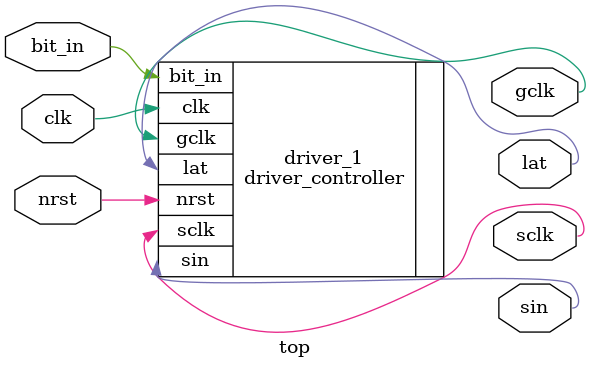
<source format=sv>
module top #(parameter DATA_WIDTH = 48) (
   input logic clk,
   input logic nrst,
   input logic bit_in,
   output logic sin,
   output logic lat,
   output logic gclk,
   output logic sclk
);

driver_controller #(.DATA_WIDTH(DATA_WIDTH)) driver_1 (
    .clk(clk),
    .nrst(nrst),
    .bit_in(bit_in),
    .sin(sin),
    .lat(lat),
    .gclk(gclk),
    .sclk(sclk)
);

endmodule

</source>
